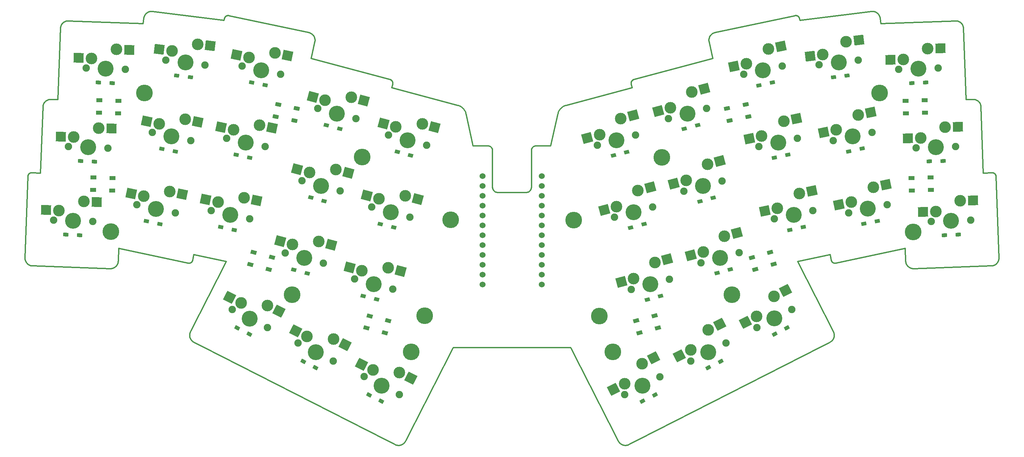
<source format=gbs>
%TF.GenerationSoftware,KiCad,Pcbnew,(6.0.6)*%
%TF.CreationDate,2022-07-30T19:55:31+09:00*%
%TF.ProjectId,nowt36,6e6f7774-3336-42e6-9b69-6361645f7063,rev?*%
%TF.SameCoordinates,Original*%
%TF.FileFunction,Soldermask,Bot*%
%TF.FilePolarity,Negative*%
%FSLAX46Y46*%
G04 Gerber Fmt 4.6, Leading zero omitted, Abs format (unit mm)*
G04 Created by KiCad (PCBNEW (6.0.6)) date 2022-07-30 19:55:31*
%MOMM*%
%LPD*%
G01*
G04 APERTURE LIST*
G04 Aperture macros list*
%AMRotRect*
0 Rectangle, with rotation*
0 The origin of the aperture is its center*
0 $1 length*
0 $2 width*
0 $3 Rotation angle, in degrees counterclockwise*
0 Add horizontal line*
21,1,$1,$2,0,0,$3*%
G04 Aperture macros list end*
%TA.AperFunction,Profile*%
%ADD10C,0.349999*%
%TD*%
%ADD11C,1.900000*%
%ADD12C,3.000000*%
%ADD13C,4.100000*%
%ADD14RotRect,2.550000X2.500000X165.000000*%
%ADD15C,4.300000*%
%ADD16RotRect,1.300000X0.950000X345.000000*%
%ADD17RotRect,2.550000X2.500000X168.000000*%
%ADD18RotRect,2.550000X2.500000X192.000000*%
%ADD19RotRect,1.300000X0.950000X2.000000*%
%ADD20RotRect,2.550000X2.500000X195.000000*%
%ADD21RotRect,1.300000X0.950000X348.000000*%
%ADD22RotRect,2.550000X2.500000X207.000000*%
%ADD23RotRect,1.300000X0.950000X333.000000*%
%ADD24RotRect,1.300000X0.950000X7.000000*%
%ADD25RotRect,1.500000X1.000000X345.000000*%
%ADD26RotRect,1.500000X1.000000X358.000000*%
%ADD27RotRect,1.300000X0.950000X358.000000*%
%ADD28RotRect,1.300000X0.950000X27.000000*%
%ADD29RotRect,1.300000X0.950000X15.000000*%
%ADD30RotRect,2.550000X2.500000X178.000000*%
%ADD31RotRect,2.550000X2.500000X182.000000*%
%ADD32RotRect,1.300000X0.950000X12.000000*%
%ADD33RotRect,2.550000X2.500000X173.000000*%
%ADD34RotRect,2.550000X2.500000X187.000000*%
%ADD35RotRect,1.500000X1.000000X348.000000*%
%ADD36RotRect,2.550000X2.500000X153.000000*%
%ADD37RotRect,1.500000X1.000000X2.000000*%
%ADD38C,1.524000*%
%ADD39RotRect,1.500000X1.000000X16.000000*%
%ADD40RotRect,1.300000X0.950000X353.000000*%
%ADD41RotRect,1.500000X1.000000X15.000000*%
%ADD42RotRect,1.500000X1.000000X12.000000*%
G04 APERTURE END LIST*
D10*
X231234357Y-33601038D02*
X231189263Y-33584031D01*
X162965635Y-67745991D02*
X162939532Y-67797881D01*
X74939909Y-115390959D02*
X74915741Y-115485825D01*
X62893799Y-35573194D02*
X62893799Y-35573194D01*
X272551723Y-34968424D02*
X272456697Y-34945597D01*
X273249963Y-35310735D02*
X273170259Y-35253001D01*
X240322181Y-97099864D02*
X240359833Y-97131549D01*
X74892805Y-116262433D02*
X74911448Y-116359066D01*
X63415421Y-33305833D02*
X63361074Y-33386043D01*
X74896274Y-115581594D02*
X74881522Y-115678091D01*
X240899177Y-97347156D02*
X240947952Y-97350146D01*
X162994273Y-67695381D02*
X162965635Y-67745991D01*
X250362275Y-32481264D02*
X231928178Y-34744685D01*
X38771067Y-55165734D02*
X38674865Y-55183912D01*
X152555740Y-67552186D02*
X152517364Y-67507667D01*
X163058992Y-67598388D02*
X163025405Y-67646147D01*
X32507888Y-96278571D02*
X32521371Y-96375768D01*
X161480439Y-79116764D02*
X157825364Y-79116787D01*
X209019959Y-38554463D02*
X208958401Y-38628248D01*
X283154359Y-95982654D02*
X282421540Y-74995426D01*
X252591096Y-34222617D02*
X252591096Y-34222617D01*
X240006562Y-96558681D02*
X240006562Y-96558681D01*
X128683749Y-144308759D02*
X128780234Y-144303889D01*
X277347157Y-55302448D02*
X277256627Y-55266065D01*
X152825364Y-68306404D02*
X152825364Y-68306404D01*
X282742351Y-97269969D02*
X282799049Y-97192391D01*
X153174768Y-78676162D02*
X153132495Y-78627362D01*
X163133366Y-67507685D02*
X163094992Y-67552201D01*
X278180524Y-55972426D02*
X278121326Y-55894162D01*
X42048180Y-35655759D02*
X41988977Y-35734023D01*
X75080841Y-97260670D02*
X75125099Y-97239161D01*
X152832310Y-77909374D02*
X152827115Y-77841072D01*
X241143897Y-97338070D02*
X241192658Y-97328960D01*
X63361074Y-33386043D02*
X63310524Y-33469093D01*
X42480257Y-35252908D02*
X42400542Y-35310641D01*
X33328116Y-97676741D02*
X33408998Y-97731899D01*
X208559243Y-39494983D02*
X208543098Y-39591267D01*
X129158799Y-144238691D02*
X129250752Y-144211236D01*
X75364475Y-97066419D02*
X75398657Y-97031383D01*
X171204047Y-56879943D02*
X171024936Y-56978460D01*
X106169495Y-44588617D02*
X106169495Y-44588617D01*
X41691671Y-36346175D02*
X41666814Y-36440874D01*
X63667986Y-33015585D02*
X63599848Y-33083339D01*
X126420869Y-50014765D02*
X126420869Y-50014765D01*
X153132495Y-78627362D02*
X153092568Y-78576555D01*
X84747788Y-33529075D02*
X84698572Y-33532391D01*
X33229363Y-74995464D02*
X32496293Y-95982632D01*
X273716630Y-35814987D02*
X273661470Y-35734108D01*
X126880089Y-50284681D02*
X126845231Y-50250437D01*
X240754754Y-97324020D02*
X240802491Y-97334077D01*
X260840195Y-98724348D02*
X260937402Y-98737818D01*
X84206650Y-33716811D02*
X84168363Y-33745767D01*
X147836175Y-67119224D02*
X147836175Y-67119224D01*
X162783022Y-78107946D02*
X162764899Y-78171767D01*
X56379670Y-97398681D02*
X56409073Y-97305477D01*
X40973115Y-55203873D02*
X40973115Y-55203873D01*
X282852036Y-97112082D02*
X282901192Y-97029171D01*
X240611776Y-115116950D02*
X240567368Y-115024067D01*
X33408998Y-97731899D02*
X33492338Y-97782949D01*
X170690799Y-57209422D02*
X170536761Y-57340835D01*
X41646581Y-36536900D02*
X41631046Y-36634091D01*
X157825364Y-79116787D02*
X157825364Y-79116787D01*
X42912965Y-35027686D02*
X42822427Y-35064064D01*
X259305047Y-97490310D02*
X259343337Y-97580057D01*
X281626843Y-97996525D02*
X281722763Y-97970827D01*
X281997955Y-97866951D02*
X282085093Y-97823831D01*
X55278476Y-98587565D02*
X55367173Y-98546787D01*
X83812760Y-34320466D02*
X83722550Y-34744685D01*
X37730256Y-55676670D02*
X37730256Y-55676670D01*
X278376225Y-56310055D02*
X278333611Y-56222284D01*
X152433877Y-67424235D02*
X152389333Y-67385889D01*
X283108877Y-96484365D02*
X283127818Y-96386885D01*
X240047978Y-96700856D02*
X240066274Y-96746381D01*
X208523308Y-39886428D02*
X208526582Y-39986421D01*
X276782306Y-55152244D02*
X276684271Y-55143534D01*
X282169732Y-97776681D02*
X282251751Y-97725630D01*
X39065009Y-55139685D02*
X38966305Y-55143559D01*
X37101287Y-56970629D02*
X37095368Y-57069666D01*
X75171243Y-116995091D02*
X75225197Y-117076576D01*
X55700310Y-98340973D02*
X55777351Y-98279154D01*
X37112051Y-56872436D02*
X37101287Y-56970629D01*
X63739221Y-32951218D02*
X63667986Y-33015585D01*
X127073265Y-50568746D02*
X127051813Y-50524261D01*
X75282999Y-117155240D02*
X75344535Y-117230950D01*
X241192658Y-97328960D02*
X259049653Y-93533287D01*
X282231358Y-74442666D02*
X282202130Y-74404459D01*
X127051813Y-50524261D02*
X127028084Y-50480701D01*
X240109300Y-96834194D02*
X240133930Y-96876336D01*
X42822427Y-35064064D02*
X42733720Y-35104838D01*
X129766875Y-143957030D02*
X129845385Y-143900262D01*
X230753045Y-33534020D02*
X230702568Y-33540801D01*
X273401215Y-35438393D02*
X273327004Y-35372553D01*
X130256010Y-143478241D02*
X130312797Y-143394848D01*
X171583881Y-56719420D02*
X171390526Y-56793424D01*
X43193912Y-34945545D02*
X43098874Y-34968364D01*
X144260240Y-56793450D02*
X144066893Y-56719442D01*
X129845385Y-143900262D02*
X129921300Y-143839525D01*
X75948380Y-95127460D02*
X84315011Y-96905849D01*
X33619889Y-74237023D02*
X33582536Y-74267170D01*
X74881522Y-115678091D02*
X74871499Y-115775138D01*
X153587232Y-78984165D02*
X153529240Y-78954464D01*
X37127586Y-56775246D02*
X37112051Y-56872436D01*
X145258660Y-57482215D02*
X145113973Y-57340869D01*
X33546679Y-74299050D02*
X33512383Y-74332603D01*
X37202085Y-56491320D02*
X37172677Y-56584527D01*
X250667391Y-32467018D02*
X250566496Y-32466592D01*
X276486359Y-55140665D02*
X274677613Y-55203873D01*
X208534952Y-40086970D02*
X208548515Y-40187924D01*
X107048711Y-39318940D02*
X107019338Y-39225729D01*
X153707883Y-79035179D02*
X153646807Y-79011098D01*
X129994448Y-143774875D02*
X130064663Y-143706367D01*
X63263913Y-33554874D02*
X63221379Y-33643277D01*
X107114900Y-40093746D02*
X107123339Y-39995692D01*
X189002232Y-50107010D02*
X188960133Y-50131818D01*
X64136961Y-32684023D02*
X64052338Y-32729812D01*
X189090071Y-50063597D02*
X189045569Y-50084252D01*
X162809867Y-77976648D02*
X162798040Y-78042878D01*
X32966544Y-97342282D02*
X33032387Y-97416492D01*
X32499173Y-96180538D02*
X32507888Y-96278571D01*
X259385956Y-97667831D02*
X259432833Y-97753470D01*
X240802491Y-97334077D02*
X240850661Y-97341794D01*
X187652731Y-144205891D02*
X187745267Y-144172371D01*
X239783896Y-117665017D02*
X239870887Y-117612023D01*
X75344535Y-117230950D02*
X75409687Y-117303570D01*
X151634965Y-67116760D02*
X151634965Y-67116760D01*
X260555245Y-98655952D02*
X260648950Y-98683353D01*
X187925858Y-144091366D02*
X239693375Y-117714062D01*
X189229874Y-50014791D02*
X189182295Y-50028812D01*
X281992172Y-74208657D02*
X281952021Y-74182163D01*
X106804406Y-38784022D02*
X106804406Y-38784022D01*
X37414808Y-56053271D02*
X37363751Y-56136611D01*
X33698820Y-74182173D02*
X33658672Y-74208671D01*
X84287110Y-33664558D02*
X84246257Y-33689725D01*
X251337900Y-32604675D02*
X251246924Y-32571346D01*
X38393929Y-55266057D02*
X38303394Y-55302436D01*
X240315657Y-117220587D02*
X240376409Y-117144680D01*
X231143295Y-33569185D02*
X231096528Y-33556548D01*
X63059655Y-34222617D02*
X63059655Y-34222617D01*
X33343011Y-74565663D02*
X33321457Y-74609231D01*
X145734073Y-58136595D02*
X145631708Y-57960683D01*
X106415091Y-38343276D02*
X106338897Y-38282252D01*
X55851563Y-98213314D02*
X55922422Y-98143878D01*
X107101590Y-40191619D02*
X107114900Y-40093746D01*
X273857163Y-36071725D02*
X273814550Y-35983958D01*
X240219684Y-96994822D02*
X240252057Y-97031427D01*
X64496626Y-32542399D02*
X64403814Y-32571356D01*
X153314811Y-78809675D02*
X153266010Y-78767403D01*
X106259863Y-38225049D02*
X106178133Y-38171766D01*
X33740270Y-74157591D02*
X33698820Y-74182173D01*
X272360503Y-34927412D02*
X272263308Y-34913933D01*
X209722011Y-38040570D02*
X209632009Y-38082532D01*
X187925858Y-144091366D02*
X187925858Y-144091366D01*
X75431029Y-96994780D02*
X75461542Y-96956683D01*
X186784572Y-144295574D02*
X186882053Y-144304620D01*
X185794637Y-143891380D02*
X185873296Y-143949198D01*
X241192658Y-97328960D02*
X241192658Y-97328960D01*
X252177321Y-33228563D02*
X252115798Y-33154362D01*
X56454156Y-97114767D02*
X56469688Y-97017582D01*
X273895447Y-36161466D02*
X273857163Y-36071725D01*
X43387322Y-34913900D02*
X43290117Y-34927369D01*
X230853315Y-33528200D02*
X230803319Y-33529836D01*
X41793255Y-36071660D02*
X41754965Y-36161407D01*
X281539941Y-74037179D02*
X281489710Y-74032565D01*
X145113973Y-57340869D02*
X144959941Y-57209456D01*
X281387360Y-74030964D02*
X281387360Y-74030964D01*
X231049036Y-33546169D02*
X231000895Y-33538097D01*
X56601067Y-93533287D02*
X56601067Y-93533287D01*
X282799049Y-97192391D02*
X282852036Y-97112082D01*
X152036279Y-67186216D02*
X151981122Y-67167998D01*
X144625817Y-56978490D02*
X144446713Y-56879971D01*
X187368291Y-144278351D02*
X187464067Y-144258894D01*
X32846985Y-97185538D02*
X32904723Y-97265242D01*
X282068313Y-74267151D02*
X282030957Y-74237007D01*
X56486367Y-96820362D02*
X56486367Y-96820362D01*
X272737609Y-35027760D02*
X272645416Y-34995833D01*
X106338897Y-38282252D02*
X106259863Y-38225049D01*
X33419505Y-74442695D02*
X33392100Y-74482334D01*
X240525627Y-97239217D02*
X240569887Y-97260726D01*
X252429370Y-33643271D02*
X252386836Y-33554867D01*
X106748329Y-38702186D02*
X106688533Y-38623567D01*
X188805510Y-50250462D02*
X188770651Y-50284706D01*
X162595672Y-78523788D02*
X162558175Y-78576517D01*
X162825364Y-77771831D02*
X162823614Y-77841040D01*
X74989804Y-97296898D02*
X75035714Y-97279921D01*
X74915741Y-115485825D02*
X74896274Y-115581594D01*
X145968295Y-58706368D02*
X145902861Y-58509953D01*
X152476655Y-67464916D02*
X152433877Y-67424235D01*
X107109021Y-39605170D02*
X107093585Y-39508835D01*
X126605174Y-50084226D02*
X126560671Y-50063571D01*
X231680219Y-33956068D02*
X231651421Y-33916904D01*
X74996212Y-116643651D02*
X75033621Y-116735067D01*
X271967377Y-34902346D02*
X271967377Y-34902346D01*
X240440064Y-97189487D02*
X240482323Y-97215465D01*
X163307607Y-67349940D02*
X163261395Y-67385910D01*
X209632009Y-38082532D02*
X209544780Y-38128627D01*
X163560275Y-67207119D02*
X163507186Y-67230611D01*
X34212005Y-74030447D02*
X34161123Y-74032543D01*
X33269534Y-74746822D02*
X33256690Y-74794780D01*
X33366581Y-74523344D02*
X33343011Y-74565663D01*
X64983344Y-32467023D02*
X64883446Y-32472478D01*
X126690610Y-50131793D02*
X126648510Y-50106985D01*
X186214792Y-144140836D02*
X186306206Y-144178261D01*
X186399766Y-144211262D02*
X186399766Y-144211262D01*
X153529240Y-78954464D02*
X153472918Y-78922080D01*
X188705980Y-50358317D02*
X188676310Y-50397575D01*
X33665744Y-97872427D02*
X33755488Y-97910708D01*
X231189263Y-33584031D02*
X231143295Y-33569185D01*
X188919340Y-50158621D02*
X188879925Y-50187365D01*
X55989466Y-98071339D02*
X56052622Y-97995857D01*
X126468448Y-50028786D02*
X126420869Y-50014765D01*
X105734185Y-37967685D02*
X105639359Y-37940038D01*
X75704169Y-117560454D02*
X75785681Y-117615601D01*
X151981122Y-67167998D02*
X151925078Y-67152478D01*
X83918561Y-34038952D02*
X83895515Y-34082566D01*
X152867712Y-78107981D02*
X152852693Y-78042913D01*
X240567368Y-115024067D02*
X231335725Y-96905849D01*
X55187948Y-98623949D02*
X55278476Y-98587565D01*
X278414510Y-56399798D02*
X278376225Y-56310055D01*
X37469974Y-55972389D02*
X37414808Y-56053271D01*
X259164445Y-96820385D02*
X259164445Y-96820385D01*
X153055070Y-78523825D02*
X153020086Y-78469257D01*
X151868244Y-67139697D02*
X151810718Y-67129694D01*
X84948176Y-33540807D02*
X84897700Y-33534028D01*
X75870119Y-117666848D02*
X75957368Y-117714062D01*
X130131774Y-143634055D02*
X130195613Y-143557995D01*
X161880379Y-79056294D02*
X161816557Y-79074418D01*
X152656465Y-67695372D02*
X152625331Y-67646136D01*
X151693981Y-67118185D02*
X151634965Y-67116760D01*
X187174737Y-144303102D02*
X187271788Y-144293091D01*
X240947952Y-97350146D02*
X240996899Y-97350749D01*
X188489236Y-50947446D02*
X188488803Y-50996309D01*
X185576934Y-143695993D02*
X185646321Y-143764662D01*
X277435855Y-55343226D02*
X277347157Y-55302448D01*
X54713638Y-98737776D02*
X54810835Y-98724296D01*
X33940247Y-97973988D02*
X34034940Y-97998839D01*
X74943198Y-97311585D02*
X74989804Y-97296898D01*
X188526894Y-50706906D02*
X188514668Y-50754217D01*
X170132695Y-57792605D02*
X170019004Y-57960651D01*
X208900488Y-38704823D02*
X208846316Y-38784040D01*
X153418349Y-78887098D02*
X153365619Y-78849601D01*
X33392100Y-74482334D02*
X33366581Y-74523344D01*
X126770816Y-50187340D02*
X126731402Y-50158596D01*
X56052622Y-97995857D02*
X56111817Y-97917596D01*
X147836175Y-67119224D02*
X146020432Y-58908584D01*
X127028084Y-50480701D02*
X127028084Y-50480701D01*
X161942870Y-79035149D02*
X161880379Y-79056294D01*
X281328213Y-98045016D02*
X281429447Y-98033749D01*
X282171146Y-74367743D02*
X282138472Y-74332580D01*
X84329134Y-33641358D02*
X84287110Y-33664558D01*
X33284653Y-74699871D02*
X33269534Y-74746822D01*
X38303394Y-55302436D02*
X38214690Y-55343210D01*
X106903863Y-38955138D02*
X106856360Y-38868536D01*
X55851563Y-98213314D02*
X55851563Y-98213314D01*
X185646321Y-143764662D02*
X185718934Y-143829830D01*
X186038942Y-144053174D02*
X186125659Y-144099102D01*
X64687202Y-32498038D02*
X64591135Y-32517923D01*
X251911522Y-32951207D02*
X251837329Y-32890336D01*
X189229874Y-50014791D02*
X189229874Y-50014791D01*
X252555926Y-34020912D02*
X252531104Y-33923116D01*
X84554226Y-33556563D02*
X84507460Y-33569200D01*
X208531663Y-39688701D02*
X208525034Y-39787138D01*
X272263308Y-34913933D02*
X272165278Y-34905220D01*
X56601067Y-93533287D02*
X74458100Y-97328915D01*
X153472918Y-78922080D02*
X153418349Y-78887098D01*
X278333611Y-56222284D02*
X278286740Y-56136648D01*
X74895985Y-97323964D02*
X74943198Y-97311585D01*
X38486130Y-55234136D02*
X38393929Y-55266057D01*
X162003945Y-79011067D02*
X161942870Y-79035149D01*
X74848251Y-97334021D02*
X74895985Y-97323964D01*
X37881523Y-55549014D02*
X37804475Y-55610831D01*
X37316877Y-56222247D02*
X37274258Y-56310019D01*
X186687426Y-144281729D02*
X186784572Y-144295574D01*
X142703004Y-119099964D02*
X142703004Y-119099964D01*
X54417702Y-98749363D02*
X54516906Y-98750371D01*
X75121252Y-116910921D02*
X75171243Y-116995091D01*
X75516787Y-96876301D02*
X75541418Y-96834162D01*
X145393508Y-57632977D02*
X145258660Y-57482215D01*
X152343120Y-67349917D02*
X152295337Y-67316360D01*
X231838013Y-34320467D02*
X231826042Y-34270403D01*
X240110140Y-117431035D02*
X240182467Y-117363933D01*
X272916830Y-35104922D02*
X272828135Y-35064144D01*
X281438828Y-74030474D02*
X281387360Y-74030964D01*
X152625331Y-67646136D02*
X152591743Y-67598375D01*
X55002059Y-98683284D02*
X55095753Y-98655876D01*
X128006639Y-144208691D02*
X128102370Y-144237744D01*
X259799348Y-98213421D02*
X259799348Y-98213421D01*
X231776241Y-34127561D02*
X231755260Y-34082560D01*
X172947724Y-119099964D02*
X172947724Y-119099964D01*
X41933809Y-35814907D02*
X41882750Y-35898249D01*
X64784686Y-32482853D02*
X64687202Y-32498038D01*
X282331029Y-97670808D02*
X282407445Y-97612345D01*
X33964752Y-74065532D02*
X33917774Y-74079628D01*
X41614365Y-36831327D02*
X40973115Y-55203873D01*
X240399144Y-97161448D02*
X240440064Y-97189487D01*
X276585567Y-55139653D02*
X276486359Y-55140665D01*
X162848461Y-68073107D02*
X162838419Y-68130624D01*
X164015748Y-67116787D02*
X163956734Y-67118212D01*
X152195450Y-67256653D02*
X152143540Y-67230584D01*
X153834198Y-79074447D02*
X153770375Y-79056323D01*
X152825364Y-77771862D02*
X152825364Y-68306404D01*
X39164216Y-55140703D02*
X39164216Y-55140703D01*
X281952021Y-74182163D02*
X281910570Y-74157583D01*
X83855694Y-34173905D02*
X83839068Y-34221533D01*
X240485955Y-116985243D02*
X240534638Y-116902051D01*
X169916635Y-58136564D02*
X169826083Y-58319829D01*
X74555796Y-97344679D02*
X74604823Y-97348898D01*
X157825364Y-119099964D02*
X172947724Y-119099964D01*
X37235970Y-56399763D02*
X37202085Y-56491320D01*
X162876839Y-67960252D02*
X162861282Y-68016284D01*
X153646807Y-79011098D02*
X153587232Y-78984165D01*
X187077312Y-144308370D02*
X187174737Y-144303102D01*
X252575970Y-34120782D02*
X252555926Y-34020912D01*
X63119646Y-33923119D02*
X63094824Y-34020914D01*
X55777351Y-98279154D02*
X55851563Y-98213314D01*
X152987701Y-78412936D02*
X152957999Y-78354945D01*
X208707216Y-39036049D02*
X208668977Y-39124341D01*
X208525034Y-39787138D02*
X208523308Y-39886428D01*
X259164445Y-96820385D02*
X259170362Y-96919425D01*
X231404507Y-33689709D02*
X231363653Y-33664542D01*
X106985384Y-39133909D02*
X106946881Y-39043654D01*
X127127968Y-51239538D02*
X127127968Y-51239538D01*
X75251574Y-97161396D02*
X75290883Y-97131499D01*
X281824026Y-74114414D02*
X281779063Y-74095945D01*
X106856360Y-38868536D02*
X106804406Y-38784022D01*
X127817697Y-144135331D02*
X127911691Y-144174571D01*
X75461542Y-96956683D02*
X75490144Y-96917166D01*
X185283102Y-143304146D02*
X185334338Y-143388598D01*
X74458100Y-97328915D02*
X74506859Y-97338023D01*
X185334338Y-143388598D02*
X185389474Y-143470123D01*
X33512383Y-74332603D02*
X33479712Y-74367769D01*
X55095753Y-98655876D02*
X55187948Y-98623949D01*
X260937402Y-98737818D02*
X261035444Y-98746520D01*
X154101109Y-79115037D02*
X154032807Y-79109844D01*
X83812760Y-34320466D02*
X83812760Y-34320466D01*
X152755645Y-67905114D02*
X152734734Y-67850954D01*
X37730256Y-55676670D02*
X37659390Y-55746105D01*
X42178400Y-35507735D02*
X42111346Y-35580276D01*
X43584071Y-34901327D02*
X43485362Y-34905198D01*
X32621730Y-96752883D02*
X32658116Y-96843411D01*
X252340224Y-33469085D02*
X252289674Y-33386034D01*
X273539119Y-35580367D02*
X273472074Y-35507828D01*
X43098874Y-34968364D02*
X43005170Y-34995766D01*
X56409073Y-97305477D02*
X56433927Y-97210786D01*
X281529031Y-98017543D02*
X281626843Y-97996525D01*
X209481232Y-44588617D02*
X209481232Y-44588617D01*
X63890425Y-32833084D02*
X63813414Y-32890348D01*
X281816669Y-97940579D02*
X281908440Y-97905911D01*
X33101826Y-97487350D02*
X33174368Y-97554393D01*
X240687493Y-116550073D02*
X240714963Y-116458120D01*
X127724824Y-144090916D02*
X127724824Y-144090916D01*
X43485362Y-34905198D02*
X43387322Y-34913900D01*
X84649856Y-33538110D02*
X84601716Y-33546184D01*
X240182467Y-117363933D02*
X240250991Y-117293728D01*
X37147819Y-56679223D02*
X37127586Y-56775246D01*
X261233369Y-98749370D02*
X261233369Y-98749370D01*
X208846316Y-38784040D02*
X208795982Y-38865749D01*
X240160571Y-96917203D02*
X240189172Y-96956723D01*
X281910570Y-74157583D02*
X281867883Y-74134980D01*
X37529175Y-55894126D02*
X37469974Y-55972389D01*
X54615606Y-98746488D02*
X54713638Y-98737776D01*
X38579831Y-55206733D02*
X38486130Y-55234136D01*
X187836368Y-144134191D02*
X187925858Y-144091366D01*
X152711207Y-67797879D02*
X152685104Y-67745986D01*
X75083314Y-115024074D02*
X75083314Y-115024074D01*
X74458100Y-97328915D02*
X74458100Y-97328915D01*
X231732213Y-34038945D02*
X231707174Y-33996765D01*
X126420869Y-50014765D02*
X106169495Y-44588617D01*
X277164430Y-55234138D02*
X277070734Y-55206731D01*
X128295507Y-144280874D02*
X128392575Y-144295060D01*
X240359833Y-97131549D02*
X240399144Y-97161448D01*
X107083375Y-40289139D02*
X107101590Y-40191619D01*
X63599848Y-33083339D02*
X63534948Y-33154372D01*
X33032387Y-97416492D02*
X33101826Y-97487350D01*
X188770651Y-50284706D02*
X188737451Y-50320676D01*
X240619551Y-116729566D02*
X240655671Y-116640611D01*
X41882750Y-35898249D02*
X41835874Y-35983887D01*
X64591135Y-32517923D02*
X64496626Y-32542399D01*
X259196661Y-97114814D02*
X259216894Y-97210841D01*
X38043445Y-55437695D02*
X37961236Y-55491281D01*
X281722763Y-97970827D02*
X281816669Y-97940579D01*
X152789456Y-68016298D02*
X152773899Y-67960261D01*
X240655671Y-116640611D02*
X240687493Y-116550073D01*
X128586865Y-144308947D02*
X128683749Y-144308759D01*
X127127968Y-51239538D02*
X127139617Y-51191322D01*
X278549170Y-56970653D02*
X278538410Y-56872462D01*
X74878974Y-116165289D02*
X74892805Y-116262433D01*
X126515073Y-50045073D02*
X126468448Y-50028786D01*
X107123339Y-39995692D02*
X107126938Y-39897634D01*
X241045931Y-97348948D02*
X241094959Y-97344727D01*
X252115798Y-33154362D02*
X252050897Y-33083329D01*
X84315011Y-96905849D02*
X84315011Y-96905849D01*
X75632654Y-96606914D02*
X75644166Y-96558666D01*
X239954295Y-117555248D02*
X240034065Y-117494863D01*
X261233369Y-98749370D02*
X281225449Y-98051212D01*
X152840864Y-77976682D02*
X152832310Y-77909374D01*
X170019004Y-57960651D02*
X169916635Y-58136564D01*
X163025405Y-67646147D02*
X162994273Y-67695381D01*
X56111817Y-97917596D02*
X56166976Y-97836715D01*
X185389474Y-143470123D02*
X185448375Y-143548608D01*
X282030957Y-74237007D02*
X281992172Y-74208657D01*
X259799348Y-98213421D02*
X259873568Y-98279261D01*
X231335725Y-96905849D02*
X231335725Y-96905849D01*
X127158682Y-50898691D02*
X127153497Y-50850185D01*
X75644166Y-96558666D02*
X75948380Y-95127460D01*
X127148825Y-51142800D02*
X127155606Y-51094061D01*
X240785102Y-115983061D02*
X240785304Y-115886173D01*
X208605272Y-39306466D02*
X208580000Y-39400000D01*
X39164216Y-55140703D02*
X39065009Y-55139685D01*
X277991120Y-55746139D02*
X277920258Y-55676702D01*
X41614365Y-36831327D02*
X41614365Y-36831327D01*
X188879925Y-50187365D02*
X188841959Y-50217997D01*
X273472074Y-35507828D02*
X273401215Y-35438393D01*
X33229363Y-74995464D02*
X33229363Y-74995464D01*
X127139617Y-51191322D02*
X127148825Y-51142800D01*
X188490763Y-51045219D02*
X188495128Y-51094087D01*
X75785681Y-117615601D02*
X75870119Y-117666848D01*
X240567368Y-115024067D02*
X240567368Y-115024067D01*
X42249268Y-35438299D02*
X42249268Y-35438299D01*
X84315011Y-96905849D02*
X75083314Y-115024074D01*
X84372256Y-33620174D02*
X84329134Y-33641358D01*
X84168363Y-33745767D02*
X84131472Y-33776546D01*
X271967377Y-34902346D02*
X252756928Y-35573194D01*
X54417702Y-98749363D02*
X54417702Y-98749363D01*
X56469688Y-97017582D02*
X56480450Y-96919393D01*
X274036027Y-36831331D02*
X274036027Y-36831331D01*
X154170319Y-79116787D02*
X154170319Y-79116787D01*
X186125659Y-144099102D02*
X186214792Y-144140836D01*
X54810835Y-98724296D02*
X54907031Y-98706112D01*
X230651963Y-33550227D02*
X210107819Y-37917020D01*
X83722550Y-34744685D02*
X83722550Y-34744685D01*
X170257214Y-57632943D02*
X170132695Y-57792605D01*
X162826830Y-68247349D02*
X162825364Y-68306362D01*
X188501910Y-51142827D02*
X188511119Y-51191348D01*
X162121510Y-78954432D02*
X162063520Y-78984133D01*
X32496293Y-95982632D02*
X32495287Y-96081836D01*
X169826083Y-58319829D02*
X169747841Y-58509928D01*
X106488298Y-38408020D02*
X106415091Y-38343276D01*
X33256690Y-74794780D02*
X33246186Y-74843684D01*
X239702347Y-95127460D02*
X239702347Y-95127460D01*
X129341292Y-144179429D02*
X129430249Y-144143324D01*
X281867883Y-74134980D02*
X281824026Y-74114414D01*
X272645416Y-34995833D02*
X272551723Y-34968424D01*
X74800083Y-97341740D02*
X74848251Y-97334021D01*
X33782955Y-74134985D02*
X33740270Y-74157591D01*
X185954776Y-144003167D02*
X186038942Y-144053174D01*
X188522767Y-51239565D02*
X188522767Y-51239565D01*
X240738192Y-115498001D02*
X240714160Y-115401648D01*
X55620605Y-98398708D02*
X55700310Y-98340973D01*
X75075340Y-116824202D02*
X75121252Y-116910921D01*
X240579188Y-116816769D02*
X240619551Y-116729566D01*
X188541444Y-50660170D02*
X188526894Y-50706906D01*
X151810718Y-67129694D02*
X151752598Y-67122509D01*
X84897700Y-33534028D02*
X84847427Y-33529845D01*
X163898120Y-67122537D02*
X163840001Y-67129722D01*
X282946395Y-96943790D02*
X282987524Y-96856067D01*
X75948380Y-95127460D02*
X75948380Y-95127460D01*
X144797057Y-57088490D02*
X144625817Y-56978490D01*
X208634963Y-39214530D02*
X208605272Y-39306466D01*
X56166976Y-97836715D02*
X56218027Y-97753377D01*
X240850661Y-97341794D02*
X240899177Y-97347156D01*
X130195613Y-143557995D02*
X130256010Y-143478241D01*
X281489710Y-74032565D02*
X281438828Y-74030474D01*
X63473425Y-33228573D02*
X63415421Y-33305833D01*
X231278503Y-33620158D02*
X231234357Y-33601038D01*
X250362275Y-32481264D02*
X250362275Y-32481264D01*
X240250991Y-117293728D02*
X240315657Y-117220587D01*
X240482323Y-97215465D02*
X240525627Y-97239217D01*
X34061375Y-74044237D02*
X34012640Y-74053715D01*
X188841959Y-50217997D02*
X188805510Y-50250462D01*
X153365619Y-78849601D02*
X153314811Y-78809675D01*
X231755260Y-34082560D02*
X231732213Y-34038945D01*
X282394201Y-74794742D02*
X282381353Y-74746785D01*
X282901192Y-97029171D02*
X282946395Y-96943790D01*
X162431445Y-78722834D02*
X162384736Y-78767367D01*
X171024936Y-56978460D02*
X170853689Y-57088458D01*
X32562389Y-96566993D02*
X32589800Y-96660688D01*
X151634965Y-67116760D02*
X147836175Y-67119224D01*
X281429447Y-98033749D02*
X281529031Y-98017543D01*
X84998780Y-33550232D02*
X84948176Y-33540807D01*
X240189172Y-96956723D02*
X240219684Y-96994822D01*
X161617950Y-79109819D02*
X161549649Y-79115013D01*
X208548515Y-40187924D02*
X208567368Y-40289136D01*
X240006562Y-96558681D02*
X240018072Y-96606933D01*
X34326337Y-98045352D02*
X34425370Y-98051266D01*
X129517455Y-144102977D02*
X129602741Y-144058443D01*
X33448731Y-74404486D02*
X33419505Y-74442695D01*
X259181126Y-97017622D02*
X259196661Y-97114814D01*
X75584447Y-96746354D02*
X75602745Y-96700832D01*
X151925078Y-67152478D02*
X151868244Y-67139697D01*
X283085256Y-96580152D02*
X283108877Y-96484365D01*
X162630655Y-78469220D02*
X162595672Y-78523788D01*
X208958401Y-38628248D02*
X208900488Y-38704823D01*
X282480877Y-97550372D02*
X282551205Y-97485017D01*
X106946881Y-39043654D02*
X106903863Y-38955138D01*
X172947724Y-119099964D02*
X185235902Y-143216884D01*
X63149106Y-33827509D02*
X63119646Y-33923119D01*
X209460420Y-38178704D02*
X209379028Y-38232615D01*
X281225449Y-98051212D02*
X281225449Y-98051212D01*
X162861282Y-68016284D02*
X162848461Y-68073107D01*
X34263474Y-74030933D02*
X36500611Y-74109058D01*
X127028084Y-50480701D02*
X127002227Y-50438371D01*
X250963535Y-32498030D02*
X250866051Y-32482847D01*
X151752598Y-67122509D02*
X151693981Y-67118185D01*
X74751569Y-97347102D02*
X74800083Y-97341740D01*
X75550384Y-117439001D02*
X75625698Y-117501542D01*
X153092568Y-78576555D02*
X153055070Y-78523825D01*
X186979692Y-144308881D02*
X187077312Y-144308370D01*
X54516906Y-98750371D02*
X54615606Y-98746488D01*
X42323490Y-35372459D02*
X42249268Y-35438299D01*
X231096528Y-33556548D02*
X231049036Y-33546169D01*
X260372501Y-98587654D02*
X260463040Y-98624032D01*
X188492050Y-50898717D02*
X188489236Y-50947446D01*
X157825364Y-119099964D02*
X157825364Y-119099964D01*
X152957999Y-78354945D02*
X152931065Y-78295370D01*
X64403814Y-32571356D02*
X64312839Y-32604685D01*
X283151175Y-96187373D02*
X283155349Y-96085599D01*
X33238087Y-74893473D02*
X33232458Y-74944086D01*
X259598262Y-97995960D02*
X259661427Y-98071444D01*
X282284290Y-74523312D02*
X282258767Y-74482304D01*
X106804406Y-38784022D02*
X106748329Y-38702186D01*
X75625698Y-117501542D02*
X75704169Y-117560454D01*
X163956734Y-67118212D02*
X163898120Y-67122537D01*
X128392575Y-144295060D02*
X128489751Y-144304399D01*
X153965498Y-79101291D02*
X153899267Y-79089464D01*
X167814545Y-67119224D02*
X164015748Y-67116787D01*
X75125099Y-97239161D02*
X75168399Y-97215410D01*
X126560671Y-50063571D02*
X126515073Y-50045073D01*
X74963227Y-116550091D02*
X74963227Y-116550091D01*
X32793394Y-97103337D02*
X32846985Y-97185538D01*
X188648510Y-50438396D02*
X188622651Y-50480726D01*
X41754965Y-36161407D02*
X41721080Y-36252966D01*
X279150117Y-74109058D02*
X278555085Y-57069687D01*
X62893799Y-35573194D02*
X43683282Y-34902348D01*
X105918239Y-38036449D02*
X105827194Y-37999855D01*
X74934917Y-116455011D02*
X74963227Y-116550091D01*
X34228147Y-98034595D02*
X34326337Y-98045352D01*
X278235686Y-56053308D02*
X278180524Y-55972426D01*
X187271788Y-144293091D02*
X187368291Y-144278351D01*
X41631046Y-36634091D02*
X41620283Y-36732288D01*
X186590791Y-144263071D02*
X186687426Y-144281729D01*
X130064663Y-143706367D02*
X130131774Y-143634055D01*
X84698572Y-33532391D02*
X84649856Y-33538110D01*
X75618831Y-96654327D02*
X75632654Y-96606914D01*
X32539558Y-96471965D02*
X32562389Y-96566993D01*
X210107819Y-37917020D02*
X210107819Y-37917020D01*
X282418443Y-74944048D02*
X282412810Y-74893434D01*
X209300700Y-38290212D02*
X209225532Y-38351343D01*
X55538403Y-98452296D02*
X55620605Y-98398708D01*
X154170319Y-79116787D02*
X154101109Y-79115037D01*
X105542863Y-37917016D02*
X84998780Y-33550232D01*
X231321626Y-33641342D02*
X231278503Y-33620158D01*
X273327004Y-35372553D02*
X273249963Y-35310735D01*
X41666814Y-36440874D02*
X41646581Y-36536900D01*
X231519295Y-33776532D02*
X231482403Y-33745753D01*
X259049653Y-93533287D02*
X259049653Y-93533287D01*
X130365805Y-143307871D02*
X130414864Y-143217365D01*
X281225449Y-98051212D02*
X281328213Y-98045016D01*
X282329421Y-74609196D02*
X282307863Y-74565629D01*
X208526582Y-39986421D02*
X208534952Y-40086970D01*
X127145954Y-50801989D02*
X127136064Y-50754192D01*
X75478342Y-117372965D02*
X75550384Y-117439001D01*
X260648950Y-98683353D02*
X260743989Y-98706173D01*
X34012640Y-74053715D02*
X33964752Y-74065532D01*
X127724824Y-144090916D02*
X127817697Y-144135331D01*
X128876150Y-144294392D02*
X128971329Y-144280324D01*
X145902861Y-58509953D02*
X145824622Y-58319857D01*
X278555085Y-57069687D02*
X278555085Y-57069687D01*
X188737451Y-50320676D02*
X188705980Y-50358317D01*
X64312839Y-32604685D02*
X64223841Y-32642277D01*
X56218027Y-97753377D02*
X56264895Y-97667743D01*
X128971329Y-144280324D02*
X129065602Y-144261738D01*
X145824622Y-58319857D02*
X145734073Y-58136595D01*
X74865695Y-115970174D02*
X74869942Y-116067810D01*
X126974428Y-50397550D02*
X126944759Y-50358292D01*
X83722550Y-34744685D02*
X65288460Y-32481264D01*
X283057076Y-96674119D02*
X283085256Y-96580152D01*
X145631708Y-57960683D02*
X145518022Y-57792638D01*
X145518022Y-57792638D02*
X145393508Y-57632977D01*
X129685937Y-144009775D02*
X129766875Y-143957030D01*
X126808783Y-50217972D02*
X126770816Y-50187340D01*
X272828135Y-35064144D02*
X272737609Y-35027760D01*
X74866219Y-115872558D02*
X74865695Y-115970174D01*
X273814550Y-35983958D02*
X273767681Y-35898324D01*
X127136064Y-50754192D02*
X127123838Y-50706881D01*
X162518249Y-78627325D02*
X162475977Y-78676125D01*
X38127985Y-55388317D02*
X38043445Y-55437695D01*
X164015748Y-67116787D02*
X164015748Y-67116787D01*
X126731402Y-50158596D02*
X126690610Y-50131793D01*
X277256627Y-55266065D02*
X277164430Y-55234138D01*
X209909949Y-37969637D02*
X209814691Y-38002888D01*
X74604823Y-97348898D02*
X74653852Y-97350698D01*
X185235902Y-143216884D02*
X185283102Y-143304146D01*
X282104172Y-74299029D02*
X282068313Y-74267151D01*
X239693375Y-117714062D02*
X239693375Y-117714062D01*
X162063520Y-78984133D02*
X162003945Y-79011067D01*
X152823901Y-68247385D02*
X152819538Y-68188767D01*
X239702347Y-95127460D02*
X240006562Y-96558681D01*
X240738025Y-116364922D02*
X240756625Y-116270649D01*
X163614446Y-67186244D02*
X163560275Y-67207119D01*
X162825364Y-77771831D02*
X162825364Y-77771831D01*
X208795982Y-38865749D02*
X208749583Y-38949802D01*
X34263474Y-74030933D02*
X34212005Y-74030447D01*
X34263474Y-74030933D02*
X34263474Y-74030933D01*
X84029916Y-33879331D02*
X83999351Y-33916914D01*
X169682403Y-58706346D02*
X169630265Y-58908565D01*
X277689293Y-55491307D02*
X277607089Y-55437717D01*
X38674865Y-55183912D02*
X38579831Y-55206733D01*
X282307863Y-74565629D02*
X282284290Y-74523312D01*
X157825364Y-79116787D02*
X154170319Y-79116787D01*
X43005170Y-34995766D02*
X42912965Y-35027686D01*
X250866051Y-32482847D02*
X250767289Y-32472473D01*
X143867165Y-56658464D02*
X126893700Y-52113829D01*
X75957368Y-117714062D02*
X75957368Y-117714062D01*
X129602741Y-144058443D02*
X129685937Y-144009775D01*
X163094992Y-67552201D02*
X163058992Y-67598388D01*
X252467686Y-33734186D02*
X252429370Y-33643271D01*
X32698897Y-96932107D02*
X32744010Y-97018804D01*
X162823614Y-77841040D02*
X162818420Y-77909340D01*
X37095368Y-57069666D02*
X37095368Y-57069666D01*
X37961236Y-55491281D02*
X37881523Y-55549014D01*
X231444116Y-33716796D02*
X231404507Y-33689709D01*
X56345790Y-97490234D02*
X56379670Y-97398681D01*
X127161931Y-50996283D02*
X127161497Y-50947420D01*
X75409687Y-117303570D02*
X75478342Y-117372965D01*
X84601716Y-33546184D02*
X84554226Y-33556563D01*
X188522767Y-51239565D02*
X188757020Y-52113829D01*
X106558372Y-38476384D02*
X106488298Y-38408020D01*
X153266010Y-78767403D02*
X153219301Y-78722871D01*
X282085093Y-97823831D02*
X282169732Y-97776681D01*
X128102370Y-144237744D02*
X128198715Y-144261787D01*
X209153621Y-38415862D02*
X209085065Y-38483618D01*
X152812316Y-68130648D02*
X152802275Y-68073126D01*
X260743989Y-98706173D02*
X260840195Y-98724348D01*
X240376409Y-117144680D02*
X240433193Y-117066175D01*
X152819538Y-68188767D02*
X152812316Y-68130648D01*
X33492338Y-97782949D02*
X33577974Y-97829816D01*
X161816557Y-79074418D02*
X161751488Y-79089437D01*
X105827194Y-37999855D02*
X105734185Y-37967685D01*
X146020432Y-58908584D02*
X145968295Y-58706368D01*
X33032387Y-97416492D02*
X33032387Y-97416492D01*
X41620283Y-36732288D02*
X41614365Y-36831327D01*
X276975703Y-55183904D02*
X276879505Y-55165721D01*
X33577974Y-97829816D02*
X33665744Y-97872427D01*
X126944759Y-50358292D02*
X126913289Y-50320651D01*
X161685258Y-79101265D02*
X161617950Y-79109819D01*
X188757020Y-52113829D02*
X188757020Y-52113829D01*
X230952178Y-33532379D02*
X230902959Y-33529064D01*
X240780219Y-116079549D02*
X240785102Y-115983061D01*
X127109289Y-50660144D02*
X127092427Y-50614070D01*
X75210656Y-97189434D02*
X75251574Y-97161396D01*
X34110891Y-74037159D02*
X34061375Y-74044237D01*
X163261395Y-67385910D02*
X163216851Y-67424256D01*
X107073471Y-39413367D02*
X107048711Y-39318940D01*
X33847042Y-97944586D02*
X33940247Y-97973988D01*
X74963227Y-116550091D02*
X74996212Y-116643651D01*
X152827115Y-77841072D02*
X152825364Y-77771862D01*
X208567368Y-40289136D02*
X208567368Y-40289136D01*
X162831195Y-68188737D02*
X162826830Y-68247349D01*
X56307507Y-97579975D02*
X56345790Y-97490234D01*
X163216851Y-67424256D02*
X163174073Y-67464935D01*
X240066274Y-96746381D02*
X240086731Y-96790852D01*
X274677613Y-55203873D02*
X274677613Y-55203873D01*
X75644166Y-96558666D02*
X75644166Y-96558666D01*
X209481232Y-44588617D02*
X189229874Y-50014791D01*
X251154112Y-32542389D02*
X251059602Y-32517914D01*
X161751488Y-79089437D02*
X161685258Y-79101265D01*
X277522554Y-55388336D02*
X277435855Y-55343226D01*
X259432833Y-97753470D02*
X259483891Y-97836812D01*
X152852693Y-78042913D02*
X152840864Y-77976682D01*
X185510907Y-143623936D02*
X185576934Y-143695993D01*
X152389333Y-67385889D02*
X152343120Y-67349917D01*
X163669602Y-67168026D02*
X163614446Y-67186244D01*
X240770708Y-116175468D02*
X240780219Y-116079549D01*
X163725645Y-67152507D02*
X163669602Y-67168026D01*
X171783616Y-56658447D02*
X171783616Y-56658447D01*
X83943599Y-33996773D02*
X83918561Y-34038952D01*
X75002293Y-115204647D02*
X74968764Y-115297174D01*
X162939532Y-67797881D02*
X162916005Y-67850953D01*
X230902959Y-33529064D02*
X230853315Y-33528200D01*
X42111346Y-35580276D02*
X42048180Y-35655759D01*
X260112544Y-98452397D02*
X260197087Y-98501775D01*
X163455277Y-67256679D02*
X163404646Y-67285284D01*
X107083375Y-40289139D02*
X107083375Y-40289139D01*
X129430249Y-144143324D02*
X129517455Y-144102977D01*
X278477796Y-56584559D02*
X278448391Y-56491354D01*
X187558939Y-144234736D02*
X187652731Y-144205891D01*
X240757268Y-115594799D02*
X240738192Y-115498001D01*
X162177832Y-78922047D02*
X162121510Y-78954432D01*
X231335725Y-96905849D02*
X239702347Y-95127460D01*
X130312797Y-143394848D02*
X130365805Y-143307871D01*
X162475977Y-78676125D02*
X162431445Y-78722834D01*
X33246186Y-74843684D02*
X33238087Y-74893473D01*
X41835874Y-35983887D02*
X41793255Y-36071660D01*
X282348898Y-74653951D02*
X282329421Y-74609196D01*
X277920258Y-55676702D02*
X277846044Y-55610861D01*
X259539059Y-97917696D02*
X259598262Y-97995960D01*
X32744010Y-97018804D02*
X32793394Y-97103337D01*
X152802275Y-68073126D02*
X152789456Y-68016298D01*
X41988977Y-35734023D02*
X41933809Y-35814907D01*
X129250752Y-144211236D02*
X129341292Y-144179429D01*
X75490144Y-96917166D02*
X75516787Y-96876301D01*
X32589800Y-96660688D02*
X32621730Y-96752883D01*
X171783616Y-56658447D02*
X171583881Y-56719420D01*
X55453870Y-98501677D02*
X55538403Y-98452296D01*
X277846044Y-55610861D02*
X277769000Y-55549042D01*
X251598403Y-32729800D02*
X251513779Y-32684011D01*
X75040480Y-115113555D02*
X75002293Y-115204647D01*
X74702797Y-97350094D02*
X74751569Y-97347102D01*
X32904723Y-97265242D02*
X32966544Y-97342282D01*
X188511119Y-51191348D02*
X188522767Y-51239565D01*
X162692740Y-78354908D02*
X162663039Y-78412898D01*
X185873296Y-143949198D02*
X185954776Y-144003167D01*
X259950618Y-98341078D02*
X260030333Y-98398811D01*
X282682063Y-97344686D02*
X282742351Y-97269969D01*
X162335936Y-78809639D02*
X162285129Y-78849566D01*
X230702568Y-33540801D02*
X230651963Y-33550227D01*
X75541418Y-96834162D02*
X75563988Y-96790822D01*
X36500611Y-74109058D02*
X36500611Y-74109058D01*
X65084239Y-32466595D02*
X64983344Y-32467023D01*
X231651421Y-33916904D02*
X231620855Y-33879319D01*
X170392068Y-57482180D02*
X170257214Y-57632943D01*
X259170362Y-96919425D02*
X259181126Y-97017622D01*
X126893700Y-52113829D02*
X127127968Y-51239538D01*
X84797432Y-33528210D02*
X84747788Y-33529075D01*
X282381353Y-74746785D02*
X282366231Y-74699834D01*
X128489751Y-144304399D02*
X128586865Y-144308947D01*
X105542863Y-37917016D02*
X105542863Y-37917016D01*
X162825364Y-68306362D02*
X162825364Y-77771831D01*
X260463040Y-98624032D02*
X260555245Y-98655952D01*
X128198715Y-144261787D02*
X128295507Y-144280874D01*
X127161497Y-50947420D02*
X127158682Y-50898691D01*
X37095368Y-57069666D02*
X36500611Y-74109058D01*
X259216894Y-97210841D02*
X259241752Y-97305540D01*
X240707538Y-97311641D02*
X240754754Y-97324020D01*
X251982758Y-33015574D02*
X251911522Y-32951207D01*
X276684271Y-55143534D02*
X276585567Y-55139653D01*
X126893700Y-52113829D02*
X126893700Y-52113829D01*
X75210656Y-97189434D02*
X75210656Y-97189434D01*
X161480439Y-79116764D02*
X161480439Y-79116764D01*
X281686081Y-74065540D02*
X281638191Y-74053727D01*
X126845231Y-50250437D02*
X126808783Y-50217972D01*
X188598921Y-50524286D02*
X188577468Y-50568771D01*
X64883446Y-32472478D02*
X64784686Y-32482853D01*
X63970113Y-32779535D02*
X63890425Y-32833084D01*
X282987524Y-96856067D02*
X283024458Y-96766134D01*
X188488803Y-50996309D02*
X188490763Y-51045219D01*
X282551205Y-97485017D02*
X282618308Y-97416412D01*
X74911448Y-116359066D02*
X74934917Y-116455011D01*
X84416401Y-33601054D02*
X84372256Y-33620174D01*
X37274258Y-56310019D02*
X37235970Y-56399763D01*
X84131472Y-33776546D02*
X84096051Y-33809098D01*
X283141958Y-96287845D02*
X283151175Y-96187373D01*
X32658116Y-96843411D02*
X32698897Y-96932107D01*
X209544780Y-38128627D02*
X209460420Y-38178704D01*
X153899267Y-79089464D02*
X153834198Y-79074447D01*
X37804475Y-55610831D02*
X37730256Y-55676670D01*
X32496293Y-95982632D02*
X32496293Y-95982632D01*
X259728480Y-98143984D02*
X259799348Y-98213421D01*
X259271161Y-97398750D02*
X259305047Y-97490310D01*
X282421540Y-74995426D02*
X282418443Y-74944048D01*
X240996899Y-97350749D02*
X241045931Y-97348948D01*
X56486367Y-96820362D02*
X56601067Y-93533287D01*
X162663039Y-78412898D02*
X162630655Y-78469220D01*
X74506859Y-97338023D02*
X74555796Y-97344679D01*
X65288460Y-32481264D02*
X65185991Y-32471306D01*
X240440064Y-97189487D02*
X240440064Y-97189487D01*
X240031894Y-96654348D02*
X240047978Y-96700856D01*
X252501644Y-33827505D02*
X252467686Y-33734186D01*
X75957368Y-117714062D02*
X127724824Y-144090916D01*
X127911691Y-144174571D02*
X128006639Y-144208691D01*
X84062174Y-33843376D02*
X84029916Y-33879331D01*
X240651007Y-115210953D02*
X240611776Y-115116950D01*
X283024458Y-96766134D02*
X283057076Y-96674119D01*
X106169495Y-44588617D02*
X107083375Y-40289139D01*
X130414864Y-143217365D02*
X142703004Y-119099964D01*
X252591096Y-34222617D02*
X252575970Y-34120782D01*
X75035714Y-97279921D02*
X75080841Y-97260670D01*
X106178133Y-38171766D02*
X106093855Y-38122505D01*
X282258767Y-74482304D02*
X282231358Y-74442666D01*
X83999351Y-33916914D02*
X83970554Y-33956078D01*
X282412810Y-74893434D02*
X282404708Y-74843645D01*
X188960133Y-50131818D02*
X188919340Y-50158621D01*
X171390526Y-56793424D02*
X171204047Y-56879943D01*
X146020432Y-58908584D02*
X146020432Y-58908584D01*
X63221379Y-33643277D02*
X63183064Y-33734191D01*
X210107819Y-37917020D02*
X210007691Y-37940964D01*
X63059655Y-34222617D02*
X62893799Y-35573194D01*
X169630265Y-58908565D02*
X169630265Y-58908565D01*
X259343337Y-97580057D02*
X259385956Y-97667831D01*
X240756625Y-116270649D02*
X240770708Y-116175468D01*
X153020086Y-78469257D02*
X152987701Y-78412936D01*
X188495128Y-51094087D02*
X188501910Y-51142827D01*
X261134155Y-98750391D02*
X261233369Y-98749370D01*
X231000895Y-33538097D02*
X230952178Y-33532379D01*
X107119747Y-39702198D02*
X107109021Y-39605170D01*
X281908440Y-97905911D02*
X281997955Y-97866951D01*
X240685117Y-115305909D02*
X240651007Y-115210953D01*
X282366231Y-74699834D02*
X282348898Y-74653951D01*
X83824732Y-34270403D02*
X83812760Y-34320466D01*
X106007175Y-38077366D02*
X105918239Y-38036449D01*
X250767289Y-32472473D02*
X250667391Y-32467018D01*
X34425370Y-98051266D02*
X54417702Y-98749363D01*
X282618308Y-97416412D02*
X282682063Y-97344686D01*
X240615018Y-97279978D02*
X240660930Y-97296955D01*
X40973115Y-55203873D02*
X39164216Y-55140703D01*
X33582536Y-74267170D02*
X33546679Y-74299050D01*
X240534638Y-116902051D02*
X240579188Y-116816769D01*
X208749583Y-38949802D02*
X208707216Y-39036049D01*
X259873568Y-98279261D02*
X259950618Y-98341078D01*
X251680629Y-32779524D02*
X251598403Y-32729800D01*
X277920258Y-55676702D02*
X277920258Y-55676702D01*
X128780234Y-144303889D02*
X128876150Y-144294392D01*
X162285129Y-78849566D02*
X162232400Y-78887063D01*
X34425370Y-98051266D02*
X34425370Y-98051266D01*
X240034065Y-117494863D02*
X240110140Y-117431035D01*
X283154359Y-95982654D02*
X283154359Y-95982654D01*
X231707174Y-33996765D02*
X231680219Y-33956068D01*
X273088058Y-35199413D02*
X273003526Y-35150032D01*
X240714963Y-116458120D02*
X240738025Y-116364922D01*
X127159971Y-51045193D02*
X127161931Y-50996283D01*
X273602275Y-35655847D02*
X273539119Y-35580367D01*
X43683282Y-34902348D02*
X43683282Y-34902348D01*
X272066579Y-34901337D02*
X271967377Y-34902346D01*
X240660930Y-97296955D02*
X240707538Y-97311641D01*
X56264895Y-97667743D02*
X56307507Y-97579975D01*
X231482403Y-33745753D02*
X231444116Y-33716796D01*
X152591743Y-67598375D02*
X152555740Y-67552186D01*
X127002227Y-50438371D02*
X126974428Y-50397550D01*
X189045569Y-50084252D02*
X189002232Y-50107010D01*
X83874534Y-34127566D02*
X83855694Y-34173905D01*
X188676310Y-50397575D02*
X188648510Y-50438396D01*
X153219301Y-78722871D02*
X153174768Y-78676162D01*
X33917774Y-74079628D02*
X33871772Y-74095943D01*
X163507186Y-67230611D02*
X163455277Y-67256679D01*
X281733060Y-74079633D02*
X281686081Y-74065540D01*
X55367173Y-98546787D02*
X55453870Y-98501677D01*
X169747841Y-58509928D02*
X169682403Y-58706346D01*
X188622651Y-50480726D02*
X188622651Y-50480726D01*
X106093855Y-38122505D02*
X106007175Y-38077366D01*
X251760317Y-32833072D02*
X251680629Y-32779524D01*
X240780769Y-115789054D02*
X240771441Y-115691873D01*
X33479712Y-74367769D02*
X33448731Y-74404486D01*
X208580000Y-39400000D02*
X208559243Y-39494983D01*
X278502649Y-56679254D02*
X278477796Y-56584559D01*
X281638191Y-74053727D02*
X281589456Y-74044252D01*
X282251751Y-97725630D02*
X282331029Y-97670808D01*
X161549649Y-79115013D02*
X161480439Y-79116764D01*
X240433193Y-117066175D02*
X240485955Y-116985243D01*
X162825364Y-68306362D02*
X162825364Y-68306362D01*
X272456697Y-34945597D02*
X272360503Y-34927412D01*
X42647012Y-35149944D02*
X42562469Y-35199322D01*
X107093585Y-39508835D02*
X107073471Y-39413367D01*
X42562469Y-35199322D02*
X42480257Y-35252908D01*
X250464744Y-32471304D02*
X250362275Y-32481264D01*
X144446713Y-56879971D02*
X144260240Y-56793450D01*
X84507460Y-33569200D02*
X84461494Y-33584047D01*
X278522879Y-56775275D02*
X278502649Y-56679254D01*
X283155349Y-96085599D02*
X283154359Y-95982654D01*
X273767681Y-35898324D02*
X273716630Y-35814987D01*
X209814691Y-38002888D02*
X209722011Y-38040570D01*
X42733720Y-35104838D02*
X42647012Y-35149944D01*
X106688533Y-38623567D02*
X106625165Y-38548266D01*
X33321457Y-74609231D02*
X33301982Y-74653987D01*
X75083314Y-115024074D02*
X75040480Y-115113555D01*
X163840001Y-67129722D02*
X163782477Y-67139725D01*
X170536761Y-57340835D02*
X170392068Y-57482180D01*
X231811706Y-34221531D02*
X231795081Y-34173901D01*
X74869942Y-116067810D02*
X74878974Y-116165289D01*
X162743754Y-78234258D02*
X162719673Y-78295333D01*
X152885837Y-78171804D02*
X152867712Y-78107981D01*
X188622651Y-50480726D02*
X188598921Y-50524286D01*
X163174073Y-67464935D02*
X163133366Y-67507685D01*
X278121326Y-55894162D02*
X278058167Y-55818680D01*
X152476655Y-67464916D02*
X152476655Y-67464916D01*
X43683282Y-34902348D02*
X43584071Y-34901327D01*
X107019338Y-39225729D02*
X106985384Y-39133909D01*
X240771441Y-115691873D02*
X240757268Y-115594799D01*
X38966305Y-55143559D02*
X38868268Y-55152263D01*
X241094959Y-97344727D02*
X241143897Y-97338070D01*
X162916005Y-67850953D02*
X162895094Y-67905109D01*
X142703004Y-119099964D02*
X157825364Y-119099964D01*
X282404708Y-74843645D02*
X282394201Y-74794742D01*
X209225532Y-38351343D02*
X209153621Y-38415862D01*
X252531104Y-33923116D02*
X252501644Y-33827505D01*
X163174073Y-67464935D02*
X163174073Y-67464935D01*
X65185991Y-32471306D02*
X65084239Y-32466595D01*
X152825364Y-77771862D02*
X152825364Y-77771862D01*
X276486359Y-55140665D02*
X276486359Y-55140665D01*
X152734734Y-67850954D02*
X152711207Y-67797879D01*
X129921300Y-143839525D02*
X129994448Y-143774875D01*
X240252057Y-97031427D02*
X240286239Y-97066465D01*
X208668977Y-39124341D02*
X208634963Y-39214530D01*
X188577468Y-50568771D02*
X188558306Y-50614095D01*
X210007691Y-37940964D02*
X209909949Y-37969637D01*
X240018072Y-96606933D02*
X240031894Y-96654348D01*
X231363653Y-33664542D02*
X231321626Y-33641342D01*
X162719673Y-78295333D02*
X162692740Y-78354908D01*
X189182295Y-50028812D02*
X189135670Y-50045099D01*
X33658672Y-74208671D02*
X33619889Y-74237023D01*
X274030109Y-36732300D02*
X274019348Y-36634113D01*
X185718934Y-143829830D02*
X185794637Y-143891380D01*
X250566496Y-32466592D02*
X250464744Y-32471304D01*
X162558175Y-78576517D02*
X162518249Y-78627325D01*
X33232458Y-74944086D02*
X33229363Y-74995464D01*
X251837329Y-32890336D02*
X251760317Y-32833072D01*
X208543098Y-39591267D02*
X208531663Y-39688701D01*
X55922422Y-98143878D02*
X55989466Y-98071339D01*
X162232400Y-78887063D02*
X162177832Y-78922047D01*
X259049653Y-93533287D02*
X259164445Y-96820385D01*
X54907031Y-98706112D02*
X55002059Y-98683284D01*
X42249268Y-35438299D02*
X42178400Y-35507735D01*
X42400542Y-35310641D02*
X42323490Y-35372459D01*
X64223841Y-32642277D02*
X64136961Y-32684023D01*
X186494846Y-144239587D02*
X186590791Y-144263071D01*
X75225197Y-117076576D02*
X75282999Y-117155240D01*
X107125730Y-39799744D02*
X107119747Y-39702198D01*
X231554718Y-33809085D02*
X231519295Y-33776532D01*
X163782477Y-67139725D02*
X163725645Y-67152507D01*
X240133930Y-96876336D02*
X240160571Y-96917203D01*
X278555085Y-57069687D02*
X278549170Y-56970653D01*
X185235902Y-143216884D02*
X185235902Y-143216884D01*
X34034940Y-97998839D02*
X34130961Y-98019065D01*
X251513779Y-32684011D02*
X251426898Y-32642266D01*
X277607089Y-55437717D02*
X277522554Y-55388336D01*
X84847427Y-33529845D02*
X84797432Y-33528210D01*
X231588596Y-33843364D02*
X231554718Y-33809085D01*
X84096051Y-33809098D02*
X84062174Y-33843376D01*
X64052338Y-32729812D02*
X63970113Y-32779535D01*
X63534948Y-33154372D02*
X63473425Y-33228573D01*
X282138472Y-74332580D02*
X282104172Y-74299029D01*
X63094824Y-34020914D02*
X63074781Y-34120783D01*
X63813414Y-32890348D02*
X63739221Y-32951218D01*
X152773899Y-67960261D02*
X152755645Y-67905114D01*
X188757020Y-52113829D02*
X171783616Y-56658447D01*
X38214690Y-55343210D02*
X38127985Y-55388317D01*
X272165278Y-34905220D02*
X272066579Y-34901337D01*
X186882053Y-144304620D02*
X186979692Y-144308881D01*
X162798040Y-78042878D02*
X162783022Y-78107946D01*
X251426898Y-32642266D02*
X251337900Y-32604675D01*
X37659390Y-55746105D02*
X37592339Y-55818644D01*
X152931065Y-78295370D02*
X152906982Y-78234295D01*
X33301982Y-74653987D02*
X33284653Y-74699871D01*
X84998780Y-33550232D02*
X84998780Y-33550232D01*
X162818420Y-77909340D02*
X162809867Y-77976648D01*
X188558306Y-50614095D02*
X188541444Y-50660170D01*
X281589456Y-74044252D02*
X281539941Y-74037179D01*
X208567368Y-40289136D02*
X209481232Y-44588617D01*
X127155606Y-51094061D02*
X127159971Y-51045193D01*
X75033621Y-116735067D02*
X75075340Y-116824202D01*
X282421540Y-74995426D02*
X282421540Y-74995426D01*
X56480450Y-96919393D02*
X56486367Y-96820362D01*
X37172677Y-56584527D02*
X37147819Y-56679223D01*
X259483891Y-97836812D02*
X259539059Y-97917696D01*
X84461494Y-33584047D02*
X84416401Y-33601054D01*
X230803319Y-33529836D02*
X230753045Y-33534020D01*
X106625165Y-38548266D02*
X106558372Y-38476384D01*
X231838013Y-34320467D02*
X231838013Y-34320467D01*
X252756928Y-35573194D02*
X252591096Y-34222617D01*
X261035444Y-98746520D02*
X261134155Y-98750391D01*
X188514668Y-50754217D02*
X188504778Y-50802015D01*
X154032807Y-79109844D02*
X153965498Y-79101291D01*
X162764899Y-78171767D02*
X162743754Y-78234258D01*
X239693375Y-117714062D02*
X239783896Y-117665017D01*
X231620855Y-33879319D02*
X231588596Y-33843364D01*
X83895515Y-34082566D02*
X83874534Y-34127566D01*
X33249852Y-97617548D02*
X33328116Y-97676741D01*
X282202130Y-74404459D02*
X282171146Y-74367743D01*
X75290883Y-97131499D02*
X75328533Y-97099815D01*
X152295337Y-67316360D02*
X152246081Y-67285259D01*
X273661470Y-35734108D02*
X273602275Y-35655847D01*
X282407445Y-97612345D02*
X282480877Y-97550372D01*
X63074781Y-34120783D02*
X63059655Y-34222617D01*
X277070734Y-55206731D02*
X276975703Y-55183904D01*
X252235326Y-33305824D02*
X252177321Y-33228563D01*
X274677613Y-55203873D02*
X274036027Y-36831331D01*
X260197087Y-98501775D02*
X260283795Y-98546881D01*
X34130961Y-98019065D02*
X34228147Y-98034595D01*
X273401215Y-35438393D02*
X273401215Y-35438393D01*
X37363751Y-56136611D02*
X37316877Y-56222247D01*
X259661427Y-98071444D02*
X259728480Y-98143984D01*
X33174368Y-97554393D02*
X33249852Y-97617548D01*
X152825364Y-68306404D02*
X152823901Y-68247385D01*
X278286740Y-56136648D02*
X278235686Y-56053308D01*
X185448375Y-143548608D02*
X185510907Y-143623936D01*
X231826042Y-34270403D02*
X231811706Y-34221531D01*
X251246924Y-32571346D02*
X251154112Y-32542389D01*
X84246257Y-33689725D02*
X84206650Y-33716811D01*
X274036027Y-36831331D02*
X274030109Y-36732300D01*
X273958731Y-36346220D02*
X273929327Y-36253018D01*
X277769000Y-55549042D02*
X277689293Y-55491307D01*
X240714160Y-115401648D02*
X240685117Y-115305909D01*
X129065602Y-144261738D02*
X129158799Y-144238691D01*
X126913289Y-50320651D02*
X126880089Y-50284681D01*
X33755488Y-97910708D02*
X33847042Y-97944586D01*
X126648510Y-50106985D02*
X126605174Y-50084226D01*
X105639359Y-37940038D02*
X105542863Y-37917016D01*
X152906982Y-78234295D02*
X152885837Y-78171804D01*
X43290117Y-34927369D02*
X43193912Y-34945545D01*
X144066893Y-56719442D02*
X143867165Y-56658464D01*
X283127818Y-96386885D02*
X283141958Y-96287845D01*
X74871499Y-115775138D02*
X74866219Y-115872558D01*
X152143540Y-67230584D02*
X152090451Y-67207092D01*
X231795081Y-34173901D02*
X231776241Y-34127561D01*
X107126938Y-39897634D02*
X107125730Y-39799744D01*
X274003815Y-36536929D02*
X273983585Y-36440911D01*
X41721080Y-36252966D02*
X41691671Y-36346175D01*
X33871772Y-74095943D02*
X33826810Y-74114415D01*
X75602745Y-96700832D02*
X75618831Y-96654327D01*
X260030333Y-98398811D02*
X260112544Y-98452397D01*
X273003526Y-35150032D02*
X272916830Y-35104922D01*
X252289674Y-33386034D02*
X252235326Y-33305824D01*
X74653852Y-97350698D02*
X74702797Y-97350094D01*
X281779063Y-74095945D02*
X281733060Y-74079633D01*
X187745267Y-144172371D02*
X187836368Y-144134191D01*
X127092427Y-50614070D02*
X127073265Y-50568746D01*
X152685104Y-67745986D02*
X152656465Y-67695372D01*
X278448391Y-56491354D02*
X278414510Y-56399798D01*
X273170259Y-35253001D02*
X273088058Y-35199413D01*
X74968764Y-115297174D02*
X74939909Y-115390959D01*
X38868268Y-55152263D02*
X38771067Y-55165734D01*
X130414864Y-143217365D02*
X130414864Y-143217365D01*
X240785304Y-115886173D02*
X240780769Y-115789054D01*
X127123838Y-50706881D02*
X127109289Y-50660144D01*
X167814545Y-67119224D02*
X167814545Y-67119224D01*
X34161123Y-74032543D02*
X34110891Y-74037159D01*
X163404646Y-67285284D02*
X163355390Y-67316384D01*
X276879505Y-55165721D02*
X276782306Y-55152244D01*
X75168399Y-97215410D02*
X75210656Y-97189434D01*
X143867165Y-56658464D02*
X143867165Y-56658464D01*
X162895094Y-67905109D02*
X162876839Y-67960252D01*
X273929327Y-36253018D02*
X273895447Y-36161466D01*
X163355390Y-67316384D02*
X163307607Y-67349940D01*
X240286239Y-97066465D02*
X240322181Y-97099864D01*
X83839068Y-34221533D02*
X83824732Y-34270403D01*
X273983585Y-36440911D02*
X273958731Y-36346220D01*
X231928178Y-34744685D02*
X231928178Y-34744685D01*
X186399766Y-144211262D02*
X186494846Y-144239587D01*
X37592339Y-55818644D02*
X37529175Y-55894126D01*
X63310524Y-33469093D02*
X63263913Y-33554874D01*
X152517364Y-67507667D02*
X152476655Y-67464916D01*
X152246081Y-67285259D02*
X152195450Y-67256653D01*
X188504778Y-50802015D02*
X188497235Y-50850211D01*
X32495287Y-96081836D02*
X32499173Y-96180538D01*
X169630265Y-58908565D02*
X167814545Y-67119224D01*
X63183064Y-33734191D02*
X63149106Y-33827509D01*
X251059602Y-32517914D02*
X250963535Y-32498030D01*
X278058167Y-55818680D02*
X277991120Y-55746139D01*
X252756928Y-35573194D02*
X252756928Y-35573194D01*
X144959941Y-57209456D02*
X144797057Y-57088490D01*
X260283795Y-98546881D02*
X260372501Y-98587654D01*
X252050897Y-33083329D02*
X251982758Y-33015574D01*
X162838419Y-68130624D02*
X162831195Y-68188737D01*
X189135670Y-50045099D02*
X189090071Y-50063597D01*
X65288460Y-32481264D02*
X65288460Y-32481264D01*
X240086731Y-96790852D02*
X240109300Y-96834194D01*
X75563988Y-96790822D02*
X75584447Y-96746354D01*
X209085065Y-38483618D02*
X209019959Y-38554463D01*
X188497235Y-50850211D02*
X188492050Y-50898717D01*
X32521371Y-96375768D02*
X32539558Y-96471965D01*
X33826810Y-74114415D02*
X33782955Y-74134985D01*
X186306206Y-144178261D02*
X186399766Y-144211262D01*
X281387253Y-74030933D02*
X279150117Y-74109058D01*
X152090451Y-67207092D02*
X152036279Y-67186216D01*
X239870887Y-117612023D02*
X239954295Y-117555248D01*
X279150117Y-74109058D02*
X279150117Y-74109058D01*
X170853689Y-57088458D02*
X170690799Y-57209422D01*
X274019348Y-36634113D02*
X274003815Y-36536929D01*
X252386836Y-33554867D02*
X252340224Y-33469085D01*
X259241752Y-97305540D02*
X259271161Y-97398750D01*
X56433927Y-97210786D02*
X56454156Y-97114767D01*
X75328533Y-97099815D02*
X75364475Y-97066419D01*
X83970554Y-33956078D02*
X83943599Y-33996773D01*
X278538410Y-56872462D02*
X278522879Y-56775275D01*
X231928178Y-34744685D02*
X231838013Y-34320467D01*
X162384736Y-78767367D02*
X162335936Y-78809639D01*
X153770375Y-79056323D02*
X153707883Y-79035179D01*
X187464067Y-144258894D02*
X187558939Y-144234736D01*
X209379028Y-38232615D02*
X209300700Y-38290212D01*
X127153497Y-50850185D02*
X127145954Y-50801989D01*
X240569887Y-97260726D02*
X240615018Y-97279978D01*
X230651963Y-33550227D02*
X230651963Y-33550227D01*
X75398657Y-97031383D02*
X75431029Y-96994780D01*
D11*
%TO.C,SW5*%
X135869303Y-66973801D03*
D12*
X134730652Y-61409497D03*
X127939623Y-62219448D03*
D13*
X130962400Y-65659000D03*
D11*
X126055497Y-64344199D03*
D14*
X124776216Y-61371815D03*
X137920139Y-62264118D03*
%TD*%
D15*
%TO.C,HOLE6*%
X196380000Y-70040000D03*
%TD*%
%TO.C,HOLE14*%
X119280000Y-70030000D03*
%TD*%
D16*
%TO.C,D5*%
X128295482Y-68660596D03*
X131724518Y-69579404D03*
%TD*%
D11*
%TO.C,SW4*%
X117632103Y-60115801D03*
X107818297Y-57486199D03*
D12*
X109702423Y-55361448D03*
X116493452Y-54551497D03*
D13*
X112725200Y-58801000D03*
D14*
X106539016Y-54513815D03*
X119682939Y-55406118D03*
%TD*%
D11*
%TO.C,SW22*%
X61248810Y-82281209D03*
X71186790Y-84393591D03*
D13*
X66217800Y-83337400D03*
D12*
X63019153Y-80060762D03*
X69758486Y-78896506D03*
D17*
X59815720Y-79379851D03*
X72988330Y-79583030D03*
%TD*%
D15*
%TO.C,HOLE5*%
X173685200Y-86207600D03*
%TD*%
D12*
%TO.C,SW29*%
X250856304Y-77814914D03*
D11*
X244459010Y-84368191D03*
D13*
X249428000Y-83312000D03*
D12*
X245173162Y-81619649D03*
D11*
X254396990Y-82255809D03*
D18*
X241969729Y-82300559D03*
X254086147Y-77128390D03*
%TD*%
D19*
%TO.C,D10*%
X260736081Y-50911947D03*
X264283919Y-50788053D03*
%TD*%
D11*
%TO.C,SW26*%
X198353303Y-101453599D03*
D12*
X189108822Y-101301049D03*
D13*
X193446400Y-102768400D03*
D12*
X194585051Y-97204096D03*
D11*
X188539497Y-104083201D03*
D20*
X185945415Y-102148681D03*
X197774538Y-96349476D03*
%TD*%
D12*
%TO.C,SW15*%
X123570823Y-80761448D03*
D11*
X131500503Y-85515801D03*
D13*
X126593600Y-84201000D03*
D12*
X130361852Y-79951497D03*
D11*
X121686697Y-82886199D03*
D14*
X120407416Y-79913815D03*
X133551339Y-80806118D03*
%TD*%
D15*
%TO.C,HOLE3*%
X183790000Y-120210000D03*
%TD*%
D16*
%TO.C,D14*%
X106035482Y-80420596D03*
X109464518Y-81339404D03*
%TD*%
D21*
%TO.C,D3*%
X90793788Y-50740957D03*
X94266212Y-51479043D03*
%TD*%
D11*
%TO.C,SW34*%
X186862687Y-131211272D03*
D12*
X191345885Y-123225551D03*
D13*
X191389000Y-128905000D03*
D12*
X186841129Y-128371547D03*
D11*
X195915313Y-126598728D03*
D22*
X183923083Y-129858366D03*
X194287988Y-121726474D03*
%TD*%
D23*
%TO.C,D32*%
X104088463Y-122654167D03*
X107251537Y-124265833D03*
%TD*%
D24*
%TO.C,D9*%
X240558231Y-49406318D03*
X244081769Y-48973682D03*
%TD*%
D16*
%TO.C,D15*%
X123935482Y-87220596D03*
X127364518Y-88139404D03*
%TD*%
D25*
%TO.C,D41*%
X125919829Y-112194825D03*
X125091608Y-115285788D03*
X120358571Y-114017575D03*
X121186792Y-110926612D03*
%TD*%
D11*
%TO.C,SW25*%
X117317897Y-101428199D03*
D13*
X122224800Y-102743000D03*
D11*
X127131703Y-104057801D03*
D12*
X119202023Y-99303448D03*
X125993052Y-98493497D03*
D14*
X116038616Y-98455815D03*
X129182539Y-99348118D03*
%TD*%
D25*
%TO.C,D40*%
X96074829Y-95838125D03*
X95246608Y-98929088D03*
X90513571Y-97660875D03*
X91341792Y-94569912D03*
%TD*%
D13*
%TO.C,SW36*%
X225348800Y-111582200D03*
D12*
X225305685Y-105902751D03*
D11*
X220822487Y-113888472D03*
X229875113Y-109275928D03*
D12*
X220800929Y-111048747D03*
D22*
X217882883Y-112535566D03*
X228247788Y-104403674D03*
%TD*%
D16*
%TO.C,D4*%
X110065482Y-61810596D03*
X113494518Y-62729404D03*
%TD*%
D26*
%TO.C,D39*%
X55006147Y-75423078D03*
X54894468Y-78621129D03*
X49997453Y-78450122D03*
X50109132Y-75252071D03*
%TD*%
D27*
%TO.C,D1*%
X51336081Y-50788053D03*
X54883919Y-50911947D03*
%TD*%
D15*
%TO.C,HOLE10*%
X131870000Y-120190000D03*
%TD*%
D28*
%TO.C,D36*%
X225398463Y-115615833D03*
X228561537Y-114004167D03*
%TD*%
D29*
%TO.C,D27*%
X210585482Y-99899404D03*
X214014518Y-98980596D03*
%TD*%
D12*
%TO.C,SW11*%
X44998166Y-64816380D03*
D13*
X48717200Y-67487800D03*
D12*
X51432942Y-62499539D03*
D11*
X43640295Y-67310511D03*
X53794105Y-67665089D03*
D30*
X41725161Y-64702084D03*
X54732931Y-62614777D03*
%TD*%
D29*
%TO.C,D26*%
X192645482Y-106709404D03*
X196074518Y-105790596D03*
%TD*%
D28*
%TO.C,D35*%
X208368463Y-124265833D03*
X211531537Y-122654167D03*
%TD*%
D12*
%TO.C,SW12*%
X73720886Y-60252906D03*
D13*
X70180200Y-64693800D03*
D11*
X75149190Y-65749991D03*
D12*
X66981553Y-61417162D03*
D11*
X65211210Y-63637609D03*
D17*
X63778120Y-60736251D03*
X76950730Y-60939430D03*
%TD*%
D11*
%TO.C,SW13*%
X84362810Y-65187009D03*
D13*
X89331800Y-66243200D03*
D11*
X94300790Y-67299391D03*
D12*
X92872486Y-61802306D03*
X86133153Y-62966562D03*
D17*
X82929720Y-62285651D03*
X96102330Y-62488830D03*
%TD*%
D13*
%TO.C,SW6*%
X184708800Y-65659000D03*
D12*
X185847451Y-60094696D03*
D11*
X179801897Y-66973801D03*
X189615703Y-64344199D03*
D12*
X180371222Y-64191649D03*
D20*
X177207815Y-65039281D03*
X189036938Y-59240076D03*
%TD*%
D12*
%TO.C,SW20*%
X263032276Y-65056914D03*
D13*
X266928600Y-67462400D03*
D11*
X272005505Y-67285111D03*
D12*
X269289763Y-62296850D03*
D11*
X261851695Y-67639689D03*
D31*
X259759271Y-65171210D03*
X272589752Y-62181612D03*
%TD*%
D23*
%TO.C,D31*%
X87088463Y-114014167D03*
X90251537Y-115625833D03*
%TD*%
D13*
%TO.C,SW35*%
X208356200Y-120243600D03*
D11*
X212882513Y-117937328D03*
D12*
X208313085Y-114564151D03*
X203808329Y-119710147D03*
D11*
X203829887Y-122549872D03*
D22*
X200890283Y-121196966D03*
X211255188Y-113065074D03*
%TD*%
D12*
%TO.C,SW27*%
X207045522Y-94495549D03*
X212521751Y-90398596D03*
D11*
X206476197Y-97277701D03*
X216290003Y-94648099D03*
D13*
X211383100Y-95962900D03*
D20*
X203882115Y-95343181D03*
X215711238Y-89543976D03*
%TD*%
D15*
%TO.C,HOLE13*%
X63200000Y-53450000D03*
%TD*%
D29*
%TO.C,D6*%
X183915482Y-69599404D03*
X187344518Y-68680596D03*
%TD*%
D19*
%TO.C,D20*%
X265266081Y-71121947D03*
X268813919Y-70998053D03*
%TD*%
D12*
%TO.C,SW23*%
X82145353Y-81610162D03*
D11*
X80375010Y-83830609D03*
D12*
X88884686Y-80445906D03*
D11*
X90312990Y-85942991D03*
D13*
X85344000Y-84886800D03*
D17*
X78941920Y-80929251D03*
X92114530Y-81132430D03*
%TD*%
D29*
%TO.C,D17*%
X206175482Y-81399404D03*
X209604518Y-80480596D03*
%TD*%
D32*
%TO.C,D29*%
X248413788Y-87199043D03*
X251886212Y-86460957D03*
%TD*%
D16*
%TO.C,D24*%
X101675482Y-99010596D03*
X105104518Y-99929404D03*
%TD*%
D11*
%TO.C,SW1*%
X58340705Y-47421289D03*
X48186895Y-47066711D03*
D13*
X53263800Y-47244000D03*
D12*
X55979542Y-42255739D03*
X49544766Y-44572580D03*
D30*
X46271761Y-44458284D03*
X59279531Y-42370977D03*
%TD*%
D27*
%TO.C,D11*%
X46796081Y-71028053D03*
X50343919Y-71151947D03*
%TD*%
D12*
%TO.C,SW8*%
X218147562Y-45932649D03*
D11*
X217433410Y-48681191D03*
X227371390Y-46568809D03*
D12*
X223830704Y-42127914D03*
D13*
X222402400Y-47625000D03*
D18*
X214944129Y-46613559D03*
X227060547Y-41441390D03*
%TD*%
D13*
%TO.C,SW24*%
X104343200Y-95986600D03*
D12*
X108111452Y-91737097D03*
X101320423Y-92547048D03*
D11*
X109250103Y-97301401D03*
X99436297Y-94671799D03*
D14*
X98157016Y-91699415D03*
X111300939Y-92591718D03*
%TD*%
D13*
%TO.C,SW2*%
X73761600Y-45643800D03*
D11*
X78803734Y-46262896D03*
D12*
X76901763Y-40911214D03*
X70289547Y-42658411D03*
D11*
X68719466Y-45024704D03*
D33*
X67038959Y-42259288D03*
X80179151Y-41313626D03*
%TD*%
D27*
%TO.C,D21*%
X42956081Y-89988053D03*
X46503919Y-90111947D03*
%TD*%
D13*
%TO.C,SW3*%
X93294200Y-47599600D03*
D12*
X96834886Y-43158706D03*
D11*
X88325210Y-46543409D03*
D12*
X90095553Y-44322962D03*
D11*
X98263190Y-48655791D03*
D17*
X86892120Y-43642051D03*
X100064730Y-43845230D03*
%TD*%
D32*
%TO.C,D19*%
X244473788Y-68549043D03*
X247946212Y-67810957D03*
%TD*%
D12*
%TO.C,SW9*%
X243811571Y-40266717D03*
X237818451Y-43561655D03*
D11*
X246951734Y-44999304D03*
D13*
X241909600Y-45618400D03*
D11*
X236867466Y-46237496D03*
D34*
X234567862Y-43960777D03*
X247088958Y-39864305D03*
%TD*%
D12*
%TO.C,SW19*%
X246919304Y-59171314D03*
D11*
X250459990Y-63612209D03*
D13*
X245491000Y-64668400D03*
D11*
X240522010Y-65724591D03*
D12*
X241236162Y-62976049D03*
D18*
X238032729Y-63656959D03*
X250149147Y-58484790D03*
%TD*%
D11*
%TO.C,SW30*%
X275891705Y-86258911D03*
X265737895Y-86613489D03*
D12*
X266918476Y-84030714D03*
X273175963Y-81270650D03*
D13*
X270814800Y-86436200D03*
D31*
X263645471Y-84145010D03*
X276475952Y-81155412D03*
%TD*%
D11*
%TO.C,SW18*%
X231308390Y-65187009D03*
D13*
X226339400Y-66243200D03*
D12*
X227767704Y-60746114D03*
D11*
X221370410Y-67299391D03*
D12*
X222084562Y-64550849D03*
D18*
X218881129Y-65231759D03*
X230997547Y-60059590D03*
%TD*%
D15*
%TO.C,HOLE7*%
X252430000Y-53450000D03*
%TD*%
D23*
%TO.C,D33*%
X121018463Y-131264167D03*
X124181537Y-132875833D03*
%TD*%
D35*
%TO.C,D37*%
X102449520Y-57440547D03*
X101784203Y-60570620D03*
X96991280Y-59551853D03*
X97656597Y-56421780D03*
%TD*%
D12*
%TO.C,SW31*%
X88080801Y-107614740D03*
X94891828Y-108234423D03*
D13*
X90322400Y-111607600D03*
D11*
X94848713Y-113913872D03*
X85796087Y-109301328D03*
D36*
X85162755Y-106127921D03*
X97833932Y-109733499D03*
%TD*%
D37*
%TO.C,D45*%
X264038068Y-55363871D03*
X264149747Y-58561922D03*
X259252732Y-58732929D03*
X259141053Y-55534878D03*
%TD*%
D21*
%TO.C,D13*%
X86830000Y-69390000D03*
X90302424Y-70128086D03*
%TD*%
D15*
%TO.C,HOLE8*%
X142011400Y-86156800D03*
%TD*%
D32*
%TO.C,D18*%
X225313788Y-70149043D03*
X228786212Y-69410957D03*
%TD*%
D29*
%TO.C,D16*%
X188353682Y-88165604D03*
X191782718Y-87246796D03*
%TD*%
D26*
%TO.C,D38*%
X56530147Y-55534878D03*
X56418468Y-58732929D03*
X51521453Y-58561922D03*
X51633132Y-55363871D03*
%TD*%
D13*
%TO.C,SW21*%
X44881800Y-86436200D03*
D11*
X39804895Y-86258911D03*
X49958705Y-86613489D03*
D12*
X47597542Y-81447939D03*
X41162766Y-83764780D03*
D30*
X37889761Y-83650484D03*
X50897531Y-81563177D03*
%TD*%
D38*
%TO.C,U1*%
X165472400Y-74927000D03*
X165472400Y-77467000D03*
X165472400Y-80007000D03*
X165472400Y-82547000D03*
X165472400Y-85087000D03*
X165472400Y-87627000D03*
X165472400Y-90167000D03*
X165472400Y-92707000D03*
X165472400Y-95247000D03*
X165472400Y-97787000D03*
X165472400Y-100327000D03*
X165472400Y-102867000D03*
X150252400Y-102867000D03*
X150252400Y-100327000D03*
X150252400Y-97787000D03*
X150252400Y-95247000D03*
X150252400Y-92707000D03*
X150252400Y-90167000D03*
X150252400Y-87627000D03*
X150252400Y-85087000D03*
X150252400Y-82547000D03*
X150252400Y-80007000D03*
X150252400Y-77467000D03*
X150252400Y-74927000D03*
%TD*%
D12*
%TO.C,SW10*%
X264768563Y-42078450D03*
D11*
X267484305Y-47066711D03*
D13*
X262407400Y-47244000D03*
D12*
X258511076Y-44838514D03*
D11*
X257330495Y-47421289D03*
D31*
X255238071Y-44952810D03*
X268068552Y-41963212D03*
%TD*%
D32*
%TO.C,D28*%
X229323788Y-88789043D03*
X232796212Y-88050957D03*
%TD*%
D39*
%TO.C,D43*%
X224265671Y-94535270D03*
X225147711Y-97611307D03*
X220437529Y-98961930D03*
X219555489Y-95885893D03*
%TD*%
D40*
%TO.C,D2*%
X71538231Y-48983682D03*
X75061769Y-49416318D03*
%TD*%
D15*
%TO.C,HOLE1*%
X261120000Y-89270000D03*
%TD*%
D28*
%TO.C,D34*%
X191438463Y-132925833D03*
X194601537Y-131314167D03*
%TD*%
D32*
%TO.C,D8*%
X221383788Y-51519043D03*
X224856212Y-50780957D03*
%TD*%
D21*
%TO.C,D12*%
X67673788Y-67840957D03*
X71146212Y-68579043D03*
%TD*%
D11*
%TO.C,SW7*%
X198064497Y-60090401D03*
D12*
X204110051Y-53211296D03*
X198633822Y-57308249D03*
D11*
X207878303Y-57460799D03*
D13*
X202971400Y-58775600D03*
D20*
X195470415Y-58155881D03*
X207299538Y-52356676D03*
%TD*%
D41*
%TO.C,D42*%
X194509808Y-110901212D03*
X195338029Y-113992175D03*
X190604992Y-115260388D03*
X189776771Y-112169425D03*
%TD*%
D21*
%TO.C,D23*%
X82843788Y-88040957D03*
X86316212Y-88779043D03*
%TD*%
D37*
%TO.C,D44*%
X265562068Y-75226671D03*
X265673747Y-78424722D03*
X260776732Y-78595729D03*
X260665053Y-75397678D03*
%TD*%
D15*
%TO.C,HOLE12*%
X54560000Y-89240000D03*
%TD*%
%TO.C,HOLE11*%
X101200000Y-105470000D03*
%TD*%
D29*
%TO.C,D7*%
X202185482Y-62729404D03*
X205614518Y-61810596D03*
%TD*%
D42*
%TO.C,D46*%
X217989203Y-56421780D03*
X218654520Y-59551853D03*
X213861597Y-60570620D03*
X213196280Y-57440547D03*
%TD*%
D12*
%TO.C,SW32*%
X105073401Y-116250740D03*
D13*
X107315000Y-120243600D03*
D11*
X102788687Y-117937328D03*
D12*
X111884428Y-116870423D03*
D11*
X111841313Y-122549872D03*
D36*
X102155355Y-114763921D03*
X114826532Y-118369499D03*
%TD*%
D13*
%TO.C,SW17*%
X206984600Y-77444600D03*
D12*
X208123251Y-71880296D03*
D11*
X211891503Y-76129799D03*
X202077697Y-78759401D03*
D12*
X202647022Y-75977249D03*
D20*
X199483615Y-76824881D03*
X211312738Y-71025676D03*
%TD*%
D21*
%TO.C,D22*%
X63683788Y-86490957D03*
X67156212Y-87229043D03*
%TD*%
D16*
%TO.C,D25*%
X119535482Y-105770596D03*
X122964518Y-106689404D03*
%TD*%
D11*
%TO.C,SW33*%
X119736887Y-126578428D03*
X128789513Y-131190972D03*
D12*
X122021601Y-124891840D03*
D13*
X124263200Y-128884700D03*
D12*
X128832628Y-125511523D03*
D36*
X119103555Y-123405021D03*
X131774732Y-127010599D03*
%TD*%
D13*
%TO.C,SW28*%
X230327200Y-84886800D03*
D11*
X235296190Y-83830609D03*
D12*
X226072362Y-83194449D03*
X231755504Y-79389714D03*
D11*
X225358210Y-85942991D03*
D18*
X222868929Y-83875359D03*
X234985347Y-78703190D03*
%TD*%
D15*
%TO.C,HOLE9*%
X135356600Y-110871000D03*
%TD*%
D13*
%TO.C,SW16*%
X189077600Y-84201000D03*
D11*
X184170697Y-85515801D03*
D12*
X184740022Y-82733649D03*
X190216251Y-78636696D03*
D11*
X193984503Y-82886199D03*
D20*
X181576615Y-83581281D03*
X193405738Y-77782076D03*
%TD*%
D19*
%TO.C,D30*%
X269126081Y-90101947D03*
X272673919Y-89978053D03*
%TD*%
D12*
%TO.C,SW14*%
X105689223Y-73979648D03*
D11*
X103805097Y-76104399D03*
D12*
X112480252Y-73169697D03*
D11*
X113618903Y-78734001D03*
D13*
X108712000Y-77419200D03*
D14*
X102525816Y-73132015D03*
X115669739Y-74024318D03*
%TD*%
D15*
%TO.C,HOLE2*%
X214440000Y-105470000D03*
%TD*%
%TO.C,HOLE4*%
X180314600Y-110947200D03*
%TD*%
M02*

</source>
